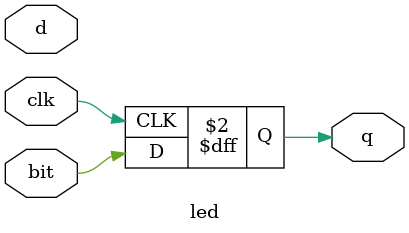
<source format=v>
`timescale 1ns / 1ps


module led(
(* clock_buffer_type="none" *) input clk,
input bit,
input d,
output reg q//esp32»ñÈ¡Êý¾Ý
    );
    always@(posedge clk)begin
        q=bit;
    end
endmodule

</source>
